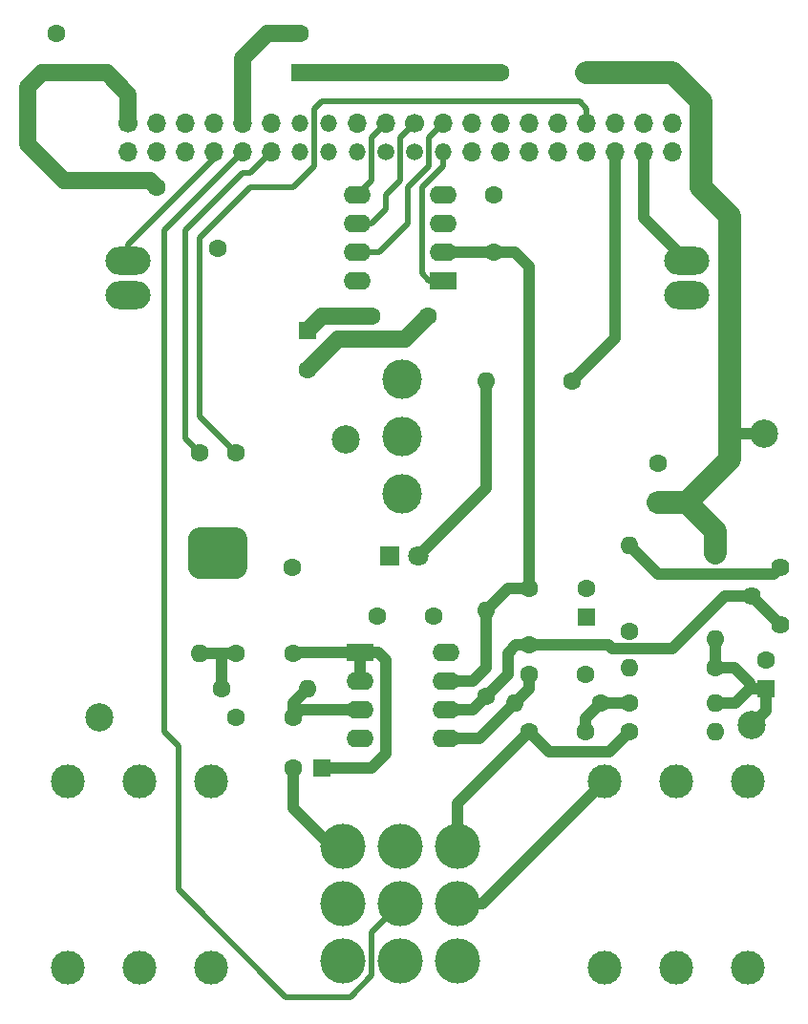
<source format=gbr>
%TF.GenerationSoftware,KiCad,Pcbnew,(6.0.6-0)*%
%TF.CreationDate,2022-07-13T00:54:31+01:00*%
%TF.ProjectId,pedal-pi-Robin,70656461-6c2d-4706-992d-526f62696e2e,rev?*%
%TF.SameCoordinates,Original*%
%TF.FileFunction,Copper,L1,Top*%
%TF.FilePolarity,Positive*%
%FSLAX46Y46*%
G04 Gerber Fmt 4.6, Leading zero omitted, Abs format (unit mm)*
G04 Created by KiCad (PCBNEW (6.0.6-0)) date 2022-07-13 00:54:31*
%MOMM*%
%LPD*%
G01*
G04 APERTURE LIST*
G04 Aperture macros list*
%AMHorizOval*
0 Thick line with rounded ends*
0 $1 width*
0 $2 $3 position (X,Y) of the first rounded end (center of the circle)*
0 $4 $5 position (X,Y) of the second rounded end (center of the circle)*
0 Add line between two ends*
20,1,$1,$2,$3,$4,$5,0*
0 Add two circle primitives to create the rounded ends*
1,1,$1,$2,$3*
1,1,$1,$4,$5*%
G04 Aperture macros list end*
%TA.AperFunction,ComponentPad*%
%ADD10C,1.600000*%
%TD*%
%TA.AperFunction,ComponentPad*%
%ADD11R,1.600000X1.600000*%
%TD*%
%TA.AperFunction,ComponentPad*%
%ADD12C,1.500000*%
%TD*%
%TA.AperFunction,ComponentPad*%
%ADD13O,1.500000X1.500000*%
%TD*%
%TA.AperFunction,ComponentPad*%
%ADD14O,1.700000X1.700000*%
%TD*%
%TA.AperFunction,ComponentPad*%
%ADD15C,1.700000*%
%TD*%
%TA.AperFunction,ComponentPad*%
%ADD16R,1.800000X1.800000*%
%TD*%
%TA.AperFunction,ComponentPad*%
%ADD17C,1.800000*%
%TD*%
%TA.AperFunction,ComponentPad*%
%ADD18C,2.499360*%
%TD*%
%TA.AperFunction,ComponentPad*%
%ADD19R,2.400000X1.600000*%
%TD*%
%TA.AperFunction,ComponentPad*%
%ADD20O,2.400000X1.600000*%
%TD*%
%TA.AperFunction,ComponentPad*%
%ADD21C,3.000000*%
%TD*%
%TA.AperFunction,ComponentPad*%
%ADD22O,1.600000X1.600000*%
%TD*%
%TA.AperFunction,ComponentPad*%
%ADD23HorizOval,1.600000X0.000000X0.000000X0.000000X0.000000X0*%
%TD*%
%TA.AperFunction,ComponentPad*%
%ADD24O,4.000000X2.500000*%
%TD*%
%TA.AperFunction,ComponentPad*%
%ADD25C,3.500000*%
%TD*%
%TA.AperFunction,ComponentPad*%
%ADD26C,1.620000*%
%TD*%
%TA.AperFunction,ComponentPad*%
%ADD27C,4.000000*%
%TD*%
%TA.AperFunction,Conductor*%
%ADD28C,1.000000*%
%TD*%
%TA.AperFunction,Conductor*%
%ADD29C,1.500000*%
%TD*%
%TA.AperFunction,Conductor*%
%ADD30C,2.000000*%
%TD*%
%TA.AperFunction,Conductor*%
%ADD31C,0.500000*%
%TD*%
G04 APERTURE END LIST*
D10*
%TO.P,C1,1*%
%TO.N,/FX In*%
X157480000Y-119380000D03*
%TO.P,C1,2*%
%TO.N,Net-(C1-Pad2)*%
X162480000Y-119380000D03*
%TD*%
%TO.P,C2,1*%
%TO.N,Net-(C2-Pad1)*%
X157480000Y-114300000D03*
%TO.P,C2,2*%
%TO.N,GND*%
X162480000Y-114300000D03*
%TD*%
D11*
%TO.P,C3,1*%
%TO.N,Net-(C3-Pad1)*%
X162560000Y-109220000D03*
D10*
%TO.P,C3,2*%
%TO.N,GND*%
X162560000Y-106720000D03*
%TD*%
%TO.P,C4,1*%
%TO.N,/ADC0*%
X154305000Y-76835000D03*
%TO.P,C4,2*%
%TO.N,GND*%
X154305000Y-71835000D03*
%TD*%
%TO.P,C5,1*%
%TO.N,/ADC0*%
X157480000Y-106680000D03*
%TO.P,C5,2*%
%TO.N,Net-(C5-Pad2)*%
X157480000Y-111680000D03*
%TD*%
%TO.P,C6,1*%
%TO.N,Net-(C6-Pad1)*%
X131445000Y-104775000D03*
%TO.P,C6,2*%
%TO.N,GND*%
X136445000Y-104775000D03*
%TD*%
%TO.P,C7,1*%
%TO.N,Net-(C7-Pad1)*%
X136525000Y-118110000D03*
%TO.P,C7,2*%
%TO.N,GND*%
X131525000Y-118110000D03*
%TD*%
%TO.P,C8,1*%
%TO.N,Net-(C8-Pad1)*%
X136525000Y-112395000D03*
%TO.P,C8,2*%
%TO.N,Net-(C8-Pad2)*%
X131525000Y-112395000D03*
%TD*%
D11*
%TO.P,C9,1*%
%TO.N,Net-(C8-Pad1)*%
X139065000Y-122555000D03*
D10*
%TO.P,C9,2*%
%TO.N,/FX Out*%
X136565000Y-122555000D03*
%TD*%
%TO.P,C10,1*%
%TO.N,+5VA*%
X149047200Y-109131100D03*
%TO.P,C10,2*%
%TO.N,GND*%
X144047200Y-109131100D03*
%TD*%
D11*
%TO.P,C11,1*%
%TO.N,+5V*%
X137160000Y-60960000D03*
D10*
%TO.P,C11,2*%
%TO.N,GND*%
X137160000Y-57460000D03*
%TD*%
D11*
%TO.P,C12,1*%
%TO.N,+5VA*%
X168910000Y-99060000D03*
D10*
%TO.P,C12,2*%
%TO.N,GND*%
X168910000Y-95560000D03*
%TD*%
D11*
%TO.P,C13,1*%
%TO.N,+3V3*%
X115570000Y-60960000D03*
D10*
%TO.P,C13,2*%
%TO.N,GND*%
X115570000Y-57460000D03*
%TD*%
D11*
%TO.P,C14,1*%
%TO.N,+3.3VADC*%
X137795000Y-83820000D03*
D10*
%TO.P,C14,2*%
%TO.N,GND*%
X137795000Y-87320000D03*
%TD*%
%TO.P,C15,1*%
%TO.N,+3.3VADC*%
X143510000Y-82550000D03*
%TO.P,C15,2*%
%TO.N,GND*%
X148510000Y-82550000D03*
%TD*%
D11*
%TO.P,C16,1*%
%TO.N,+1V5*%
X178435000Y-115570000D03*
D10*
%TO.P,C16,2*%
%TO.N,GND*%
X178435000Y-113070000D03*
%TD*%
D12*
%TO.P,CONN1,1*%
%TO.N,Net-(CONN1-Pad1)*%
X144780000Y-67945000D03*
D13*
%TO.P,CONN1,2*%
%TO.N,Net-(CONN1-Pad2)*%
X142240000Y-67945000D03*
%TO.P,CONN1,3*%
%TO.N,Net-(CONN1-Pad3)*%
X139700000Y-67945000D03*
%TO.P,CONN1,4*%
%TO.N,Net-(CONN1-Pad4)*%
X137160000Y-67945000D03*
D14*
%TO.P,CONN1,5*%
%TO.N,/PWM0*%
X134620000Y-67945000D03*
%TO.P,CONN1,6*%
%TO.N,/GPIO15*%
X132080000Y-67945000D03*
%TO.P,CONN1,7*%
%TO.N,/GPIO14*%
X129540000Y-67945000D03*
%TO.P,CONN1,8*%
%TO.N,Net-(CONN1-Pad8)*%
X127000000Y-67945000D03*
%TO.P,CONN1,9*%
%TO.N,Net-(CONN1-Pad9)*%
X124460000Y-67945000D03*
%TO.P,CONN1,10*%
%TO.N,+5V*%
X121920000Y-67945000D03*
%TD*%
D12*
%TO.P,CONN2,1*%
%TO.N,Net-(CONN2-Pad1)*%
X147320000Y-67945000D03*
D13*
%TO.P,CONN2,2*%
%TO.N,/SPI_CS*%
X149860000Y-67945000D03*
D14*
%TO.P,CONN2,3*%
%TO.N,Net-(CONN2-Pad3)*%
X152400000Y-67945000D03*
%TO.P,CONN2,4*%
%TO.N,Net-(CONN2-Pad4)*%
X154940000Y-67945000D03*
%TO.P,CONN2,5*%
%TO.N,Net-(CONN2-Pad5)*%
X157480000Y-67945000D03*
%TO.P,CONN2,6*%
%TO.N,/GPIO12*%
X160020000Y-67945000D03*
%TO.P,CONN2,7*%
%TO.N,Net-(CONN2-Pad7)*%
X162560000Y-67945000D03*
%TO.P,CONN2,8*%
%TO.N,/GPIO16*%
X165100000Y-67945000D03*
%TO.P,CONN2,9*%
%TO.N,/GPIO20*%
X167640000Y-67945000D03*
%TO.P,CONN2,10*%
%TO.N,Net-(CONN2-Pad10)*%
X170180000Y-67945000D03*
%TD*%
D15*
%TO.P,CONN3,1*%
%TO.N,+3V3*%
X121920000Y-65405000D03*
D14*
%TO.P,CONN3,2*%
%TO.N,Net-(CONN3-Pad2)*%
X124460000Y-65405000D03*
%TO.P,CONN3,3*%
%TO.N,Net-(CONN3-Pad3)*%
X127000000Y-65405000D03*
%TO.P,CONN3,4*%
%TO.N,Net-(CONN3-Pad4)*%
X129540000Y-65405000D03*
%TO.P,CONN3,5*%
%TO.N,GND*%
X132080000Y-65405000D03*
%TO.P,CONN3,6*%
%TO.N,Net-(CONN3-Pad6)*%
X134620000Y-65405000D03*
D13*
%TO.P,CONN3,7*%
%TO.N,Net-(CONN3-Pad7)*%
X137160000Y-65405000D03*
%TO.P,CONN3,8*%
%TO.N,Net-(CONN3-Pad8)*%
X139700000Y-65405000D03*
D14*
%TO.P,CONN3,9*%
%TO.N,Net-(CONN3-Pad9)*%
X142240000Y-65405000D03*
%TO.P,CONN3,10*%
%TO.N,/SPI_MOSI*%
X144780000Y-65405000D03*
%TD*%
D15*
%TO.P,CONN4,1*%
%TO.N,/SPI_MISO*%
X147320000Y-65405000D03*
D14*
%TO.P,CONN4,2*%
%TO.N,/SPI_CLK*%
X149860000Y-65405000D03*
%TO.P,CONN4,3*%
%TO.N,Net-(CONN4-Pad3)*%
X152400000Y-65405000D03*
%TO.P,CONN4,4*%
%TO.N,Net-(CONN4-Pad4)*%
X154940000Y-65405000D03*
%TO.P,CONN4,5*%
%TO.N,Net-(CONN4-Pad5)*%
X157480000Y-65405000D03*
%TO.P,CONN4,6*%
%TO.N,Net-(CONN4-Pad6)*%
X160020000Y-65405000D03*
%TO.P,CONN4,7*%
%TO.N,/PWM1*%
X162560000Y-65405000D03*
%TO.P,CONN4,8*%
%TO.N,Net-(CONN4-Pad8)*%
X165100000Y-65405000D03*
%TO.P,CONN4,9*%
%TO.N,Net-(CONN4-Pad9)*%
X167640000Y-65405000D03*
%TO.P,CONN4,10*%
%TO.N,Net-(CONN4-Pad10)*%
X170180000Y-65405000D03*
%TD*%
D16*
%TO.P,D3,1*%
%TO.N,GND*%
X145135600Y-103797100D03*
D17*
%TO.P,D3,2*%
%TO.N,Net-(D3-Pad2)*%
X147675600Y-103797100D03*
%TD*%
D18*
%TO.P,GND,1*%
%TO.N,GND*%
X119380000Y-118110000D03*
%TD*%
%TO.P,+1V6,1*%
%TO.N,+1V5*%
X177165000Y-118745000D03*
%TD*%
%TO.P,+5v,1*%
%TO.N,+5VA*%
X178308000Y-92964000D03*
%TD*%
%TO.P,+3v3,1*%
%TO.N,+3.3VADC*%
X141224000Y-93484700D03*
%TD*%
D19*
%TO.P,U1,1*%
%TO.N,Net-(C8-Pad1)*%
X142468600Y-112331500D03*
D20*
%TO.P,U1,2*%
X142468600Y-114871500D03*
%TO.P,U1,3*%
%TO.N,Net-(C7-Pad1)*%
X142468600Y-117411500D03*
%TO.P,U1,4*%
%TO.N,GND*%
X142468600Y-119951500D03*
%TO.P,U1,5*%
%TO.N,Net-(C2-Pad1)*%
X150088600Y-119951500D03*
%TO.P,U1,6*%
%TO.N,Net-(C5-Pad2)*%
X150088600Y-117411500D03*
%TO.P,U1,7*%
%TO.N,/ADC0*%
X150088600Y-114871500D03*
%TO.P,U1,8*%
%TO.N,+5VA*%
X150088600Y-112331500D03*
%TD*%
D19*
%TO.P,U2,1*%
%TO.N,/SPI_CS*%
X149860000Y-79375000D03*
D20*
%TO.P,U2,2*%
%TO.N,/ADC0*%
X149860000Y-76835000D03*
%TO.P,U2,3*%
%TO.N,GND*%
X149860000Y-74295000D03*
%TO.P,U2,4*%
X149860000Y-71755000D03*
%TO.P,U2,5*%
%TO.N,/SPI_MOSI*%
X142240000Y-71755000D03*
%TO.P,U2,6*%
%TO.N,/SPI_MISO*%
X142240000Y-74295000D03*
%TO.P,U2,7*%
%TO.N,/SPI_CLK*%
X142240000Y-76835000D03*
%TO.P,U2,8*%
%TO.N,+3.3VADC*%
X142240000Y-79375000D03*
%TD*%
D21*
%TO.P,J1,1*%
%TO.N,/Input Jack*%
X164147000Y-123766500D03*
%TO.P,J1,2*%
%TO.N,GND*%
X170497000Y-123766500D03*
%TO.P,J1,3*%
X176847000Y-123766500D03*
%TO.P,J1,4*%
%TO.N,N/C*%
X164147000Y-140266500D03*
%TO.P,J1,5*%
X170497000Y-140266500D03*
%TO.P,J1,6*%
X176847000Y-140266500D03*
%TD*%
%TO.P,J2,1*%
%TO.N,/Output JAck*%
X129286500Y-140266500D03*
%TO.P,J2,2*%
%TO.N,GND*%
X122936500Y-140266500D03*
%TO.P,J2,3*%
X116586500Y-140266500D03*
%TO.P,J2,4*%
%TO.N,N/C*%
X129286500Y-123766500D03*
%TO.P,J2,5*%
X122936500Y-123766500D03*
%TO.P,J2,6*%
X116586500Y-123766500D03*
%TD*%
D10*
%TO.P,R0,1*%
%TO.N,/FX In*%
X166370000Y-119380000D03*
D22*
%TO.P,R0,2*%
%TO.N,GND*%
X173990000Y-119380000D03*
%TD*%
D10*
%TO.P,R1,1*%
%TO.N,Net-(C1-Pad2)*%
X166370000Y-116840000D03*
D22*
%TO.P,R1,2*%
%TO.N,+1V5*%
X173990000Y-116840000D03*
%TD*%
D10*
%TO.P,R2,1*%
%TO.N,Net-(C1-Pad2)*%
X163830000Y-116840000D03*
D22*
%TO.P,R2,2*%
%TO.N,Net-(C2-Pad1)*%
X156210000Y-116840000D03*
%TD*%
D10*
%TO.P,R3,1*%
%TO.N,Net-(C3-Pad1)*%
X166370000Y-110490000D03*
D22*
%TO.P,R3,2*%
%TO.N,Net-(R3-Pad2)*%
X166370000Y-102870000D03*
%TD*%
D10*
%TO.P,R4,1*%
%TO.N,Net-(C5-Pad2)*%
X153670000Y-116205000D03*
D22*
%TO.P,R4,2*%
%TO.N,/ADC0*%
X153670000Y-108585000D03*
%TD*%
D10*
%TO.P,R6,1*%
%TO.N,/PWM0*%
X128270000Y-94615000D03*
D22*
%TO.P,R6,2*%
%TO.N,Net-(C6-Pad1)*%
X128270000Y-102235000D03*
%TD*%
D10*
%TO.P,R7,1*%
%TO.N,/PWM1*%
X131445000Y-94615000D03*
D22*
%TO.P,R7,2*%
%TO.N,Net-(C6-Pad1)*%
X131445000Y-102235000D03*
%TD*%
D10*
%TO.P,R9,1*%
%TO.N,Net-(C6-Pad1)*%
X128270000Y-104775000D03*
D22*
%TO.P,R9,2*%
%TO.N,Net-(C8-Pad2)*%
X128270000Y-112395000D03*
%TD*%
D10*
%TO.P,R10,1*%
%TO.N,Net-(C8-Pad2)*%
X130175000Y-115570000D03*
D22*
%TO.P,R10,2*%
%TO.N,Net-(C7-Pad1)*%
X137795000Y-115570000D03*
%TD*%
D10*
%TO.P,R11,1*%
%TO.N,+5VA*%
X173990000Y-103505000D03*
D22*
%TO.P,R11,2*%
%TO.N,+1V5*%
X173990000Y-111125000D03*
%TD*%
D10*
%TO.P,R12,1*%
%TO.N,+1V5*%
X173990000Y-113665000D03*
D22*
%TO.P,R12,2*%
%TO.N,GND*%
X166370000Y-113665000D03*
%TD*%
D10*
%TO.P,R13,1*%
%TO.N,+5V*%
X154940000Y-60960000D03*
D22*
%TO.P,R13,2*%
%TO.N,+5VA*%
X162560000Y-60960000D03*
%TD*%
D10*
%TO.P,R14,1*%
%TO.N,+3V3*%
X124460000Y-71120000D03*
D23*
%TO.P,R14,2*%
%TO.N,+3.3VADC*%
X129848154Y-76508154D03*
%TD*%
D10*
%TO.P,R15,1*%
%TO.N,/GPIO16*%
X161290000Y-88265000D03*
D22*
%TO.P,R15,2*%
%TO.N,Net-(D3-Pad2)*%
X153670000Y-88265000D03*
%TD*%
D24*
%TO.P,SW2,1*%
%TO.N,/GPIO20*%
X171450000Y-77645000D03*
%TO.P,SW2,2*%
%TO.N,GND*%
X171450000Y-80645000D03*
%TD*%
%TO.P,SW3,1*%
%TO.N,/GPIO14*%
X121920000Y-77645000D03*
%TO.P,SW3,2*%
%TO.N,GND*%
X121920000Y-80645000D03*
%TD*%
D25*
%TO.P,SW4,1*%
%TO.N,Net-(SW4-Pad1)*%
X146177000Y-88138000D03*
%TO.P,SW4,2*%
%TO.N,/GPIO12*%
X146177000Y-93218000D03*
%TO.P,SW4,3*%
%TO.N,GND*%
X146177000Y-98298000D03*
%TD*%
D26*
%TO.P,RV1,1*%
%TO.N,Net-(C5-Pad2)*%
X179705000Y-109855000D03*
%TO.P,RV1,2*%
X177205000Y-107355000D03*
%TO.P,RV1,3*%
%TO.N,Net-(R3-Pad2)*%
X179705000Y-104855000D03*
%TD*%
D27*
%TO.P,SW1,1*%
%TO.N,/FX Out*%
X140970000Y-129540000D03*
%TO.P,SW1,2*%
%TO.N,/Output JAck*%
X140970000Y-134620000D03*
%TO.P,SW1,3*%
%TO.N,/Bypass*%
X140970000Y-139700000D03*
%TO.P,SW1,4*%
%TO.N,GND*%
X146050000Y-129540000D03*
%TO.P,SW1,5*%
%TO.N,/GPIO15*%
X146050000Y-134620000D03*
%TO.P,SW1,6*%
%TO.N,Net-(SW1-Pad6)*%
X146050000Y-139700000D03*
%TO.P,SW1,7*%
%TO.N,/FX In*%
X151130000Y-129540000D03*
%TO.P,SW1,8*%
%TO.N,/Input Jack*%
X151130000Y-134620000D03*
%TO.P,SW1,9*%
%TO.N,/Bypass*%
X151130000Y-139700000D03*
%TD*%
D28*
%TO.N,/FX In*%
X164592000Y-121158000D02*
X159258000Y-121158000D01*
X159258000Y-121158000D02*
X157480000Y-119380000D01*
X151130000Y-125730000D02*
X151130000Y-129540000D01*
X157480000Y-119380000D02*
X151130000Y-125730000D01*
X166370000Y-119380000D02*
X164592000Y-121158000D01*
%TO.N,Net-(C1-Pad2)*%
X162480000Y-118190000D02*
X162480000Y-119380000D01*
X163830000Y-116840000D02*
X162480000Y-118190000D01*
X166370000Y-116840000D02*
X163830000Y-116840000D01*
%TO.N,Net-(C2-Pad1)*%
X153098500Y-119951500D02*
X156210000Y-116840000D01*
X157480000Y-115570000D02*
X157480000Y-114300000D01*
X150088600Y-119951500D02*
X153098500Y-119951500D01*
X156210000Y-116840000D02*
X157480000Y-115570000D01*
D29*
%TO.N,GND*%
X132080000Y-59690000D02*
X134310000Y-57460000D01*
X134310000Y-57460000D02*
X137160000Y-57460000D01*
X146478000Y-84582000D02*
X140533000Y-84582000D01*
X140533000Y-84582000D02*
X137795000Y-87320000D01*
X132080000Y-65405000D02*
X132080000Y-59690000D01*
X148510000Y-82550000D02*
X146478000Y-84582000D01*
D28*
%TO.N,/ADC0*%
X156210000Y-76835000D02*
X157480000Y-78105000D01*
X157480000Y-78105000D02*
X157480000Y-106680000D01*
X152463500Y-114871500D02*
X153670000Y-113665000D01*
X153670000Y-113665000D02*
X153670000Y-108585000D01*
X155575000Y-106680000D02*
X157480000Y-106680000D01*
X149860000Y-76835000D02*
X154305000Y-76835000D01*
X150088600Y-114871500D02*
X152463500Y-114871500D01*
X154305000Y-76835000D02*
X156210000Y-76835000D01*
X153670000Y-108585000D02*
X155575000Y-106680000D01*
%TO.N,Net-(C5-Pad2)*%
X152463500Y-117411500D02*
X153670000Y-116205000D01*
X156290000Y-111680000D02*
X155575000Y-112395000D01*
X155575000Y-112395000D02*
X155575000Y-114300000D01*
X155575000Y-114300000D02*
X153670000Y-116205000D01*
X164512000Y-111680000D02*
X164846000Y-112014000D01*
X164846000Y-112014000D02*
X170180000Y-112014000D01*
X170180000Y-112014000D02*
X172974000Y-109220000D01*
X174839000Y-107355000D02*
X172974000Y-109220000D01*
X177205000Y-107355000D02*
X174839000Y-107355000D01*
X157480000Y-111680000D02*
X156290000Y-111680000D01*
X164512000Y-111680000D02*
X157480000Y-111680000D01*
X150088600Y-117411500D02*
X152463500Y-117411500D01*
X179705000Y-109855000D02*
X177205000Y-107355000D01*
D30*
%TO.N,Net-(C6-Pad1)*%
X128270000Y-104775000D02*
X131445000Y-104775000D01*
X131445000Y-104775000D02*
X131445000Y-102235000D01*
X131445000Y-102235000D02*
X128270000Y-102235000D01*
X128270000Y-102235000D02*
X130810000Y-104775000D01*
X130810000Y-104775000D02*
X131445000Y-104775000D01*
X128270000Y-102235000D02*
X128270000Y-104775000D01*
D28*
%TO.N,Net-(C7-Pad1)*%
X136525000Y-116840000D02*
X136525000Y-118110000D01*
X137223500Y-117411500D02*
X136525000Y-118110000D01*
X137795000Y-115570000D02*
X136525000Y-116840000D01*
X142468600Y-117411500D02*
X137223500Y-117411500D01*
%TO.N,Net-(C8-Pad1)*%
X136588500Y-112331500D02*
X136525000Y-112395000D01*
X144081500Y-112331500D02*
X144780000Y-113030000D01*
X144780000Y-113030000D02*
X144780000Y-121285000D01*
X144780000Y-121285000D02*
X143510000Y-122555000D01*
X143510000Y-122555000D02*
X139065000Y-122555000D01*
X142468600Y-112331500D02*
X136588500Y-112331500D01*
X142468600Y-112331500D02*
X144081500Y-112331500D01*
X142468600Y-114871500D02*
X142468600Y-112331500D01*
%TO.N,Net-(C8-Pad2)*%
X130175000Y-112395000D02*
X131525000Y-112395000D01*
X128270000Y-112395000D02*
X130175000Y-112395000D01*
X130175000Y-115570000D02*
X130175000Y-112395000D01*
D30*
%TO.N,+5VA*%
X170180000Y-60960000D02*
X172720000Y-63500000D01*
X172720000Y-63500000D02*
X172720000Y-71120000D01*
X172720000Y-71120000D02*
X175260000Y-73660000D01*
X175260000Y-73660000D02*
X175260000Y-93472000D01*
X175260000Y-95250000D02*
X171450000Y-99060000D01*
X171450000Y-99060000D02*
X168910000Y-99060000D01*
X173990000Y-101600000D02*
X171450000Y-99060000D01*
D28*
X175768000Y-92964000D02*
X175260000Y-93472000D01*
D30*
X175260000Y-93472000D02*
X175260000Y-95250000D01*
D28*
X178308000Y-92964000D02*
X175768000Y-92964000D01*
D30*
X162560000Y-60960000D02*
X170180000Y-60960000D01*
X173990000Y-103505000D02*
X173990000Y-101600000D01*
D29*
%TO.N,+5V*%
X137160000Y-60960000D02*
X154940000Y-60960000D01*
%TO.N,+3V3*%
X121920000Y-62865000D02*
X120015000Y-60960000D01*
X120015000Y-60960000D02*
X115570000Y-60960000D01*
X114300000Y-60960000D02*
X113030000Y-62230000D01*
X113030000Y-62230000D02*
X113030000Y-67310000D01*
X113030000Y-67310000D02*
X116205000Y-70485000D01*
X116205000Y-70485000D02*
X123825000Y-70485000D01*
X123825000Y-70485000D02*
X124460000Y-71120000D01*
X115570000Y-60960000D02*
X114300000Y-60960000D01*
X121920000Y-65405000D02*
X121920000Y-62865000D01*
%TO.N,+3.3VADC*%
X139065000Y-82550000D02*
X137795000Y-83820000D01*
X143510000Y-82550000D02*
X139065000Y-82550000D01*
D28*
%TO.N,+1V5*%
X175768000Y-116840000D02*
X177038000Y-115570000D01*
X177038000Y-115570000D02*
X178435000Y-115570000D01*
X175641000Y-113665000D02*
X177038000Y-115062000D01*
X177038000Y-115062000D02*
X177038000Y-115570000D01*
X178435000Y-117475000D02*
X177165000Y-118745000D01*
X178435000Y-115570000D02*
X178435000Y-117475000D01*
X173990000Y-113665000D02*
X173990000Y-111125000D01*
X173990000Y-113665000D02*
X175641000Y-113665000D01*
X173990000Y-116840000D02*
X175768000Y-116840000D01*
D31*
%TO.N,/PWM0*%
X132715000Y-69850000D02*
X132080000Y-69850000D01*
X132080000Y-69850000D02*
X127000000Y-74930000D01*
X127000000Y-74930000D02*
X127000000Y-93345000D01*
X127000000Y-93345000D02*
X128270000Y-94615000D01*
X134620000Y-67945000D02*
X132715000Y-69850000D01*
%TO.N,/GPIO15*%
X125095000Y-74930000D02*
X125095000Y-119380000D01*
X125095000Y-119380000D02*
X126365000Y-120650000D01*
X126365000Y-120650000D02*
X126365000Y-133350000D01*
X126365000Y-133350000D02*
X135890000Y-142875000D01*
X135890000Y-142875000D02*
X141605000Y-142875000D01*
X141605000Y-142875000D02*
X143510000Y-140970000D01*
X143510000Y-140970000D02*
X143510000Y-137160000D01*
X143510000Y-137160000D02*
X146050000Y-134620000D01*
X132080000Y-67945000D02*
X125095000Y-74930000D01*
%TO.N,/GPIO14*%
X129540000Y-68580000D02*
X121920000Y-76200000D01*
X121920000Y-76200000D02*
X121920000Y-77645000D01*
X129540000Y-67945000D02*
X129540000Y-68580000D01*
%TO.N,/SPI_CS*%
X149860000Y-69215000D02*
X147955000Y-71120000D01*
X147955000Y-71120000D02*
X147955000Y-78740000D01*
X147955000Y-78740000D02*
X148590000Y-79375000D01*
X148590000Y-79375000D02*
X149860000Y-79375000D01*
X149860000Y-67945000D02*
X149860000Y-69215000D01*
D28*
%TO.N,/GPIO16*%
X165100000Y-84455000D02*
X161290000Y-88265000D01*
X165100000Y-67945000D02*
X165100000Y-84455000D01*
%TO.N,/GPIO20*%
X167640000Y-73835000D02*
X171450000Y-77645000D01*
X167640000Y-67945000D02*
X167640000Y-73835000D01*
D31*
%TO.N,/SPI_MOSI*%
X143510000Y-66675000D02*
X143510000Y-70485000D01*
X143510000Y-70485000D02*
X142240000Y-71755000D01*
X144780000Y-65405000D02*
X143510000Y-66675000D01*
%TO.N,/SPI_MISO*%
X146050000Y-66675000D02*
X146050000Y-70485000D01*
X146050000Y-70485000D02*
X144780000Y-71755000D01*
X144780000Y-71755000D02*
X144780000Y-73025000D01*
X144780000Y-73025000D02*
X143510000Y-74295000D01*
X143510000Y-74295000D02*
X142240000Y-74295000D01*
X147320000Y-65405000D02*
X146050000Y-66675000D01*
%TO.N,/SPI_CLK*%
X148590000Y-66675000D02*
X148590000Y-69215000D01*
X148590000Y-69215000D02*
X146685000Y-71120000D01*
X146685000Y-71120000D02*
X146685000Y-74295000D01*
X146685000Y-74295000D02*
X144145000Y-76835000D01*
X144145000Y-76835000D02*
X142240000Y-76835000D01*
X149860000Y-65405000D02*
X148590000Y-66675000D01*
%TO.N,/PWM1*%
X128270000Y-91440000D02*
X128270000Y-75565000D01*
X128270000Y-75565000D02*
X130810000Y-73025000D01*
X132715000Y-71120000D02*
X136525000Y-71120000D01*
X138430000Y-69215000D02*
X138430000Y-64135000D01*
X138430000Y-64135000D02*
X139065000Y-63500000D01*
X139065000Y-63500000D02*
X161925000Y-63500000D01*
X161925000Y-63500000D02*
X162560000Y-64135000D01*
X162560000Y-64135000D02*
X162560000Y-65405000D01*
X130810000Y-73025000D02*
X132715000Y-71120000D01*
X136525000Y-71120000D02*
X138430000Y-69215000D01*
X131445000Y-94615000D02*
X128270000Y-91440000D01*
D28*
%TO.N,Net-(D3-Pad2)*%
X153670000Y-97802700D02*
X147675600Y-103797100D01*
X153670000Y-88265000D02*
X153670000Y-97802700D01*
%TO.N,/Input Jack*%
X153293500Y-134620000D02*
X164147000Y-123766500D01*
X151130000Y-134620000D02*
X153293500Y-134620000D01*
%TO.N,Net-(R3-Pad2)*%
X168910000Y-105410000D02*
X179150000Y-105410000D01*
X179150000Y-105410000D02*
X179705000Y-104855000D01*
X166370000Y-102870000D02*
X168910000Y-105410000D01*
%TO.N,/FX Out*%
X136565000Y-126151000D02*
X139954000Y-129540000D01*
X139954000Y-129540000D02*
X140970000Y-129540000D01*
X136565000Y-122555000D02*
X136565000Y-126151000D01*
%TD*%
M02*

</source>
